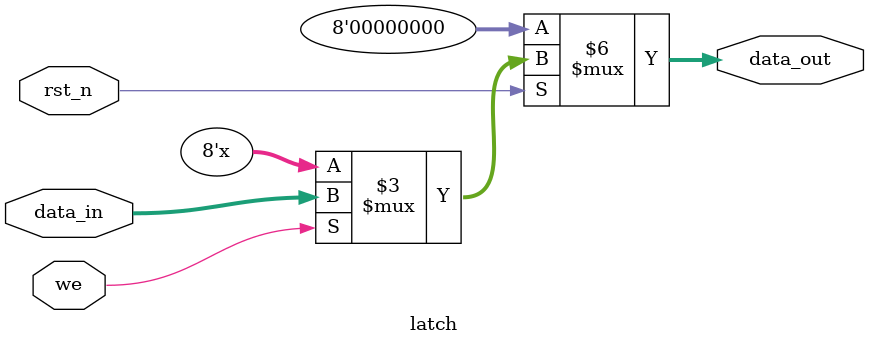
<source format=v>
`timescale 1 ns / 1 ps
module latch(we, rst_n, data_in, data_out);
parameter width = 8;
input we, rst_n;
input [width-1:0] data_in;
output reg [width-1:0] data_out;
always @(we, rst_n, data_in) 
begin
	if(!rst_n) 
	begin
		data_out <= 0;
	end 
	else 
	if(we) 
	begin
		data_out <= data_in;
	end
end

endmodule


</source>
